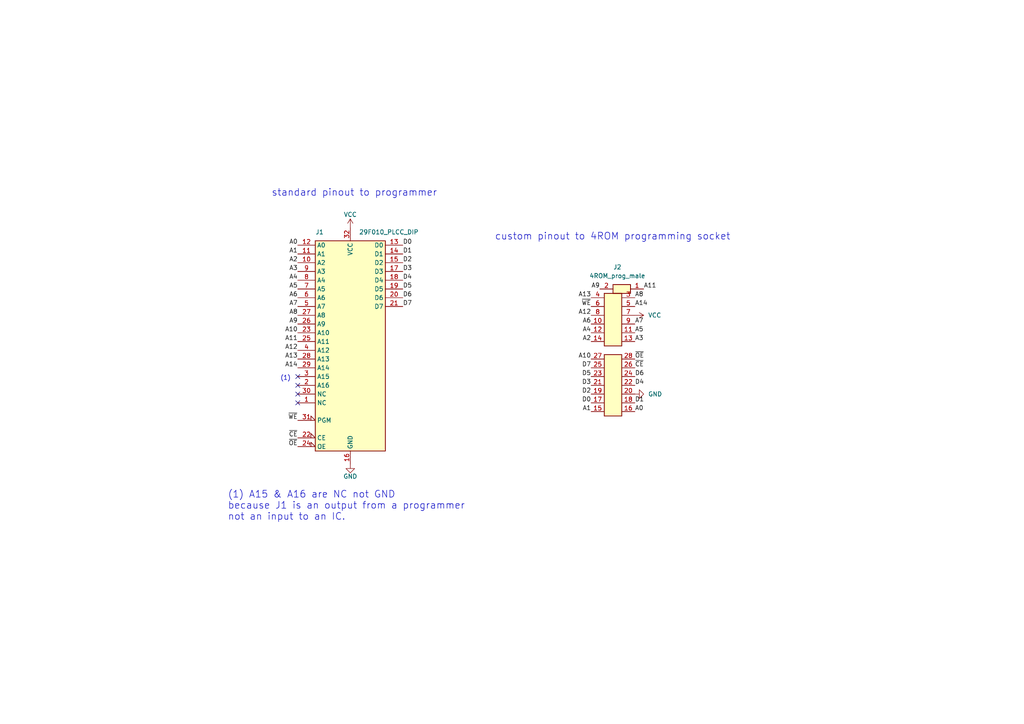
<source format=kicad_sch>
(kicad_sch (version 20211123) (generator eeschema)
  (paper "A4")
  (title_block (title "4ROM Programming Adapter") (date "2023-01-09") (rev "005") (company "Brian White b.kenyon.w@gmail.com") (comment 1 "CC-BY-SA") (comment 2 "tandy.wiki/Teeprom"))
  (lib_symbols
    (symbol "000_LOCAL:SST39SF010_PLCC_DIP"
      (property "Reference" "U" (at -7.62 33.02 0))
      (property "Value" "SST39SF010_PLCC_DIP" (at 1.27 33.02 0))
      (symbol "SST39SF010_PLCC_DIP_0_0"
        (pin power_in line (at 0 -33.02 90) (length 3.81) (name "GND") (number "16"))
        (pin power_in line (at 0 35.56 270) (length 3.81) (name "VCC") (number "32"))
      )
      (symbol "SST39SF010_PLCC_DIP_0_1"
        (rectangle (start -10.16 31.75) (end 10.16 -29.21) (stroke (width 0.254)) (fill (type background)))
      )
      (symbol "SST39SF010_PLCC_DIP_1_1"
        (pin input line (at -15.24 -15.24 0) (length 5.08) (name "NC") (number "1"))
        (pin input line (at -15.24 25.4 0) (length 5.08) (name "A2") (number "10"))
        (pin input line (at -15.24 27.94 0) (length 5.08) (name "A1") (number "11"))
        (pin input line (at -15.24 30.48 0) (length 5.08) (name "A0") (number "12"))
        (pin tri_state line (at 15.24 30.48 180) (length 5.08) (name "D0") (number "13"))
        (pin tri_state line (at 15.24 27.94 180) (length 5.08) (name "D1") (number "14"))
        (pin tri_state line (at 15.24 25.4 180) (length 5.08) (name "D2") (number "15"))
        (pin tri_state line (at 15.24 22.86 180) (length 5.08) (name "D3") (number "17"))
        (pin tri_state line (at 15.24 20.32 180) (length 5.08) (name "D4") (number "18"))
        (pin tri_state line (at 15.24 17.78 180) (length 5.08) (name "D5") (number "19"))
        (pin input line (at -15.24 -10.16 0) (length 5.08) (name "A16") (number "2"))
        (pin tri_state line (at 15.24 15.24 180) (length 5.08) (name "D6") (number "20"))
        (pin tri_state line (at 15.24 12.7 180) (length 5.08) (name "D7") (number "21"))
        (pin input input_low (at -15.24 -25.4 0) (length 5.08) (name "CE") (number "22"))
        (pin input line (at -15.24 5.08 0) (length 5.08) (name "A10") (number "23"))
        (pin input input_low (at -15.24 -27.94 0) (length 5.08) (name "OE") (number "24"))
        (pin input line (at -15.24 2.54 0) (length 5.08) (name "A11") (number "25"))
        (pin input line (at -15.24 7.62 0) (length 5.08) (name "A9") (number "26"))
        (pin input line (at -15.24 10.16 0) (length 5.08) (name "A8") (number "27"))
        (pin input line (at -15.24 -2.54 0) (length 5.08) (name "A13") (number "28"))
        (pin input line (at -15.24 -5.08 0) (length 5.08) (name "A14") (number "29"))
        (pin input line (at -15.24 -7.62 0) (length 5.08) (name "A15") (number "3"))
        (pin input line (at -15.24 -12.7 0) (length 5.08) (name "NC") (number "30"))
        (pin input input_low (at -15.24 -20.32 0) (length 5.08) (name "PGM") (number "31"))
        (pin input line (at -15.24 0 0) (length 5.08) (name "A12") (number "4"))
        (pin input line (at -15.24 12.7 0) (length 5.08) (name "A7") (number "5"))
        (pin input line (at -15.24 15.24 0) (length 5.08) (name "A6") (number "6"))
        (pin input line (at -15.24 17.78 0) (length 5.08) (name "A5") (number "7"))
        (pin input line (at -15.24 20.32 0) (length 5.08) (name "A4") (number "8"))
        (pin input line (at -15.24 22.86 0) (length 5.08) (name "A3") (number "9"))
      )
    )
    (symbol "4ROM_100_prog_1" (pin_names (offset 1.016) hide)
      (property "Reference" "J" (at 0 20.32 0))
      (property "Value" "4ROM_100_prog_1" (at 0 -20.32 0))
      (symbol "4ROM_100_prog_1_1_1"
        (rectangle (start -2.54 -1.27) (end 2.54 -19.05) (stroke (width 0.254)) (fill (type background)))
        (rectangle (start -2.54 16.51) (end 2.54 1.27) (stroke (width 0.254)) (fill (type background)))
        (rectangle (start 0 19.05) (end 5.08 16.51) (stroke (width 0.254)) (fill (type background)))
        (pin passive line (at 8.89 17.78 180) (length 3.81) (name "A11") (number "1"))
        (pin passive line (at -6.35 7.62 0) (length 3.81) (name "A6") (number "10"))
        (pin passive line (at 6.35 5.08 180) (length 3.81) (name "A5") (number "11"))
        (pin passive line (at -6.35 5.08 0) (length 3.81) (name "A4") (number "12"))
        (pin passive line (at 6.35 2.54 180) (length 3.81) (name "A3") (number "13"))
        (pin passive line (at -6.35 2.54 0) (length 3.81) (name "A2") (number "14"))
        (pin passive line (at -6.35 -17.78 0) (length 3.81) (name "A1") (number "15"))
        (pin passive line (at 6.35 -17.78 180) (length 3.81) (name "A0") (number "16"))
        (pin passive line (at -6.35 -15.24 0) (length 3.81) (name "D0") (number "17"))
        (pin passive line (at 6.35 -15.24 180) (length 3.81) (name "D1") (number "18"))
        (pin passive line (at -6.35 -12.7 0) (length 3.81) (name "D2") (number "19"))
        (pin passive line (at -3.81 17.78 0) (length 3.81) (name "A9") (number "2"))
        (pin passive line (at 6.35 -12.7 180) (length 3.81) (name "GND") (number "20"))
        (pin passive line (at -6.35 -10.16 0) (length 3.81) (name "D3") (number "21"))
        (pin passive line (at 6.35 -10.16 180) (length 3.81) (name "D4") (number "22"))
        (pin passive line (at -6.35 -7.62 0) (length 3.81) (name "D5") (number "23"))
        (pin passive line (at 6.35 -7.62 180) (length 3.81) (name "D6") (number "24"))
        (pin passive line (at -6.35 -5.08 0) (length 3.81) (name "D7") (number "25"))
        (pin passive line (at 6.35 -5.08 180) (length 3.81) (name "~{CE}") (number "26"))
        (pin passive line (at -6.35 -2.54 0) (length 3.81) (name "A10") (number "27"))
        (pin passive line (at 6.35 -2.54 180) (length 3.81) (name "~{OE}") (number "28"))
        (pin passive line (at 6.35 15.24 180) (length 3.81) (name "A8") (number "3"))
        (pin passive line (at -6.35 15.24 0) (length 3.81) (name "A13") (number "4"))
        (pin passive line (at 6.35 12.7 180) (length 3.81) (name "A14") (number "5"))
        (pin passive line (at -6.35 12.7 0) (length 3.81) (name "~{WE}") (number "6"))
        (pin passive line (at 6.35 10.16 180) (length 3.81) (name "VCC") (number "7"))
        (pin passive line (at -6.35 10.16 0) (length 3.81) (name "A12") (number "8"))
        (pin passive line (at 6.35 7.62 180) (length 3.81) (name "A7") (number "9"))
      )
    )
    (symbol "power:GND" (power) (pin_names (offset 0))
      (property "Value" "GND" (at 0 -3.81 0))
      (symbol "GND_0_1"
        (polyline (pts (xy 0 0) (xy 0 -1.27) (xy 1.27 -1.27) (xy 0 -2.54) (xy -1.27 -1.27) (xy 0 -1.27)))
      )
      (symbol "GND_1_1"
        (pin power_in line (at 0 0 270) (length 0) hide (name "GND") (number "1"))
      )
    )
    (symbol "power:VCC" (power) (pin_names (offset 0))
      (property "Value" "VCC" (at 0 3.81 0))
      (symbol "VCC_0_1"
        (polyline (pts (xy -0.762 1.27) (xy 0 2.54)))
        (polyline (pts (xy 0 0) (xy 0 2.54)))
        (polyline (pts (xy 0 2.54) (xy 0.762 1.27)))
      )
      (symbol "VCC_1_1"
        (pin power_in line (at 0 0 90) (length 0) hide (name "VCC") (number "1"))
      )
    )
  )
  (no_connect (at 86.36 116.84))
  (no_connect (at 86.36 114.3))
  (no_connect (at 86.36 111.76))
  (no_connect (at 86.36 109.22))
  (text "(1)" (at 81.28 110.49 0) (effects (font (size 1.27 1.27)) (justify left bottom)))
  (text "custom pinout to 4ROM programming socket" (at 143.51 69.85 0) (effects (font (size 2 2)) (justify left bottom)))
  (text "(1) A15 & A16 are NC not GND\nbecause J1 is an output from a programmer\nnot an input to an IC." (at 66.04 151.13 0) (effects (font (size 2 2)) (justify left bottom)))
  (text "standard pinout to programmer" (at 78.74 57.15 0) (effects (font (size 2 2)) (justify left bottom)))
  (label "~{CE}" (at 86.36 127 180))
  (label "A5" (at 86.36 83.82 180))
  (label "A14" (at 184.15 88.9 0))
  (label "A13" (at 86.36 104.14 180))
  (label "~{WE}" (at 86.36 121.92 180))
  (label "A4" (at 86.36 81.28 180))
  (label "A0" (at 86.36 71.12 180))
  (label "D4" (at 184.15 111.76 0))
  (label "A0" (at 184.15 119.38 0))
  (label "A10" (at 171.45 104.14 180))
  (label "A3" (at 184.15 99.06 0))
  (label "D2" (at 171.45 114.3 180))
  (label "A9" (at 173.99 83.82 180))
  (label "D0" (at 116.84 71.12 0))
  (label "A14" (at 86.36 106.68 180))
  (label "A6" (at 86.36 86.36 180))
  (label "A7" (at 86.36 88.9 180))
  (label "D5" (at 116.84 83.82 0))
  (label "A1" (at 171.45 119.38 180))
  (label "D1" (at 184.15 116.84 0))
  (label "D3" (at 171.45 111.76 180))
  (label "A2" (at 86.36 76.2 180))
  (label "A2" (at 171.45 99.06 180))
  (label "D6" (at 116.84 86.36 0))
  (label "A8" (at 86.36 91.44 180))
  (label "A4" (at 171.45 96.52 180))
  (label "A12" (at 171.45 91.44 180))
  (label "A3" (at 86.36 78.74 180))
  (label "~{OE}" (at 86.36 129.54 180))
  (label "D7" (at 171.45 106.68 180))
  (label "D6" (at 184.15 109.22 0))
  (label "A8" (at 184.15 86.36 0))
  (label "~{WE}" (at 171.45 88.9 180))
  (label "D7" (at 116.84 88.9 0))
  (label "A11" (at 86.36 99.06 180))
  (label "D1" (at 116.84 73.66 0))
  (label "~{CE}" (at 184.15 106.68 0))
  (label "A5" (at 184.15 96.52 0))
  (label "A12" (at 86.36 101.6 180))
  (label "A9" (at 86.36 93.98 180))
  (label "A10" (at 86.36 96.52 180))
  (label "A6" (at 171.45 93.98 180))
  (label "D3" (at 116.84 78.74 0))
  (label "D0" (at 171.45 116.84 180))
  (label "A7" (at 184.15 93.98 0))
  (label "A1" (at 86.36 73.66 180))
  (label "D2" (at 116.84 76.2 0))
  (label "D4" (at 116.84 81.28 0))
  (label "A11" (at 186.69 83.82 0))
  (label "A13" (at 171.45 86.36 180))
  (label "~{OE}" (at 184.15 104.14 0))
  (label "D5" (at 171.45 109.22 180))
  (symbol (lib_id "000_LOCAL:SST39SF010_PLCC_DIP") (at 101.6 101.6 0) (unit 1)
    (property "Reference" "J1" (at 92.71 67.31 0))
    (property "Value" "29F010_PLCC_DIP" (at 104.14 67.31 0) (effects (justify left)))
    (property "Footprint" "000_LOCAL:DIP32_600_pcb" (effects hide))
    (property "Datasheet" "http://ww1.microchip.com/downloads/en/DeviceDoc/25022B.pdf" (effects hide))
  )
  (symbol (lib_id "power:GND") (at 101.6 134.62 0) (unit 1)
    (property "Reference" "#PWR0101" (effects hide))
    (property "Value" "GND" (at 101.6 138.176 0))
  )
  (symbol (lib_id "power:VCC") (at 101.6 66.04 0) (unit 1)
    (property "Reference" "#PWR0102" (effects hide))
    (property "Value" "VCC" (at 101.6 62.23 0))
  )
  (symbol (lib_name "4ROM_100_prog_1") (lib_id "000_LOCAL:4ROM_100_prog") (at 177.8 101.6 0) (unit 1)
    (property "Reference" "J2" (at 179.07 77.47 0))
    (property "Value" "4ROM_prog_male" (at 179.07 80.01 0))
    (property "Footprint" "000_LOCAL:4ROM_prog_male" (effects hide))
  )
  (symbol (lib_id "power:GND") (at 184.15 114.3 90) (unit 1)
    (property "Reference" "#PWR0103" (effects hide))
    (property "Value" "GND" (at 187.96 114.3 90) (effects (justify right)))
  )
  (symbol (lib_id "power:VCC") (at 184.15 91.44 270) (unit 1)
    (property "Reference" "#PWR0104" (effects hide))
    (property "Value" "VCC" (at 187.96 91.44 90) (effects (justify left)))
  )
)
</source>
